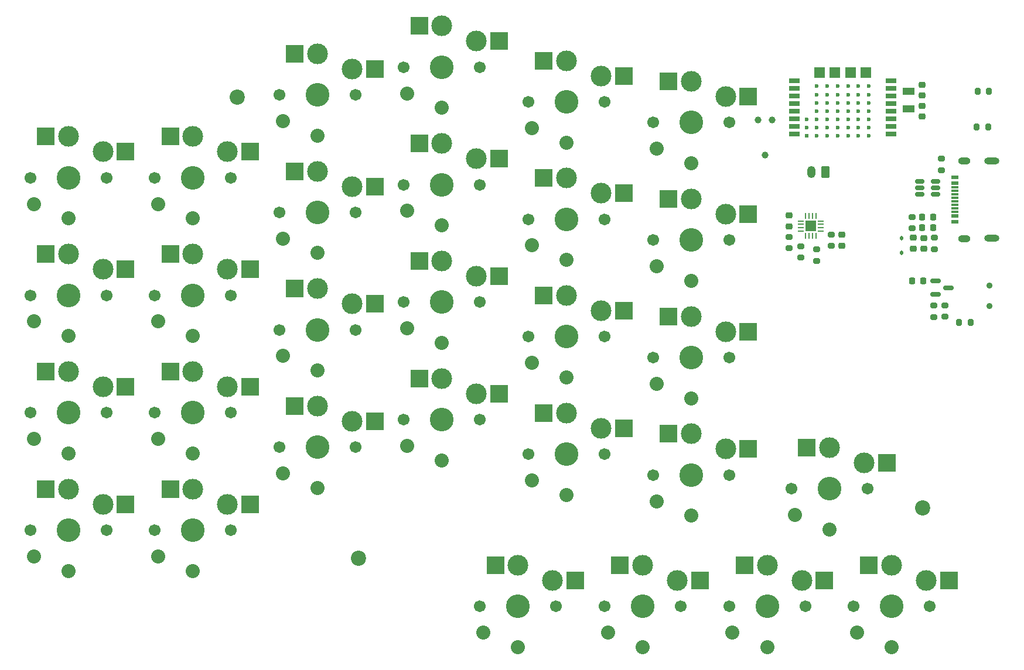
<source format=gbs>
G04 #@! TF.GenerationSoftware,KiCad,Pcbnew,7.0.9*
G04 #@! TF.CreationDate,2024-01-11T22:18:44+01:00*
G04 #@! TF.ProjectId,keyboard,6b657962-6f61-4726-942e-6b696361645f,v1.0.0*
G04 #@! TF.SameCoordinates,Original*
G04 #@! TF.FileFunction,Soldermask,Bot*
G04 #@! TF.FilePolarity,Negative*
%FSLAX46Y46*%
G04 Gerber Fmt 4.6, Leading zero omitted, Abs format (unit mm)*
G04 Created by KiCad (PCBNEW 7.0.9) date 2024-01-11 22:18:44*
%MOMM*%
%LPD*%
G01*
G04 APERTURE LIST*
G04 Aperture macros list*
%AMRoundRect*
0 Rectangle with rounded corners*
0 $1 Rounding radius*
0 $2 $3 $4 $5 $6 $7 $8 $9 X,Y pos of 4 corners*
0 Add a 4 corners polygon primitive as box body*
4,1,4,$2,$3,$4,$5,$6,$7,$8,$9,$2,$3,0*
0 Add four circle primitives for the rounded corners*
1,1,$1+$1,$2,$3*
1,1,$1+$1,$4,$5*
1,1,$1+$1,$6,$7*
1,1,$1+$1,$8,$9*
0 Add four rect primitives between the rounded corners*
20,1,$1+$1,$2,$3,$4,$5,0*
20,1,$1+$1,$4,$5,$6,$7,0*
20,1,$1+$1,$6,$7,$8,$9,0*
20,1,$1+$1,$8,$9,$2,$3,0*%
G04 Aperture macros list end*
%ADD10R,1.100000X0.600000*%
%ADD11R,1.100000X0.300000*%
%ADD12O,1.800000X1.000000*%
%ADD13O,2.200000X1.000000*%
%ADD14C,2.200000*%
%ADD15C,1.701800*%
%ADD16C,3.000000*%
%ADD17C,3.429000*%
%ADD18R,2.600000X2.600000*%
%ADD19C,2.032000*%
%ADD20C,0.900000*%
%ADD21C,0.990600*%
%ADD22RoundRect,0.250000X0.350000X0.625000X-0.350000X0.625000X-0.350000X-0.625000X0.350000X-0.625000X0*%
%ADD23O,1.200000X1.750000*%
%ADD24RoundRect,0.218750X-0.256250X0.218750X-0.256250X-0.218750X0.256250X-0.218750X0.256250X0.218750X0*%
%ADD25RoundRect,0.200000X-0.275000X0.200000X-0.275000X-0.200000X0.275000X-0.200000X0.275000X0.200000X0*%
%ADD26RoundRect,0.225000X-0.250000X0.225000X-0.250000X-0.225000X0.250000X-0.225000X0.250000X0.225000X0*%
%ADD27RoundRect,0.200000X0.275000X-0.200000X0.275000X0.200000X-0.275000X0.200000X-0.275000X-0.200000X0*%
%ADD28RoundRect,0.150000X-0.512500X-0.150000X0.512500X-0.150000X0.512500X0.150000X-0.512500X0.150000X0*%
%ADD29RoundRect,0.200000X0.200000X0.275000X-0.200000X0.275000X-0.200000X-0.275000X0.200000X-0.275000X0*%
%ADD30RoundRect,0.062500X-0.375000X-0.062500X0.375000X-0.062500X0.375000X0.062500X-0.375000X0.062500X0*%
%ADD31RoundRect,0.062500X-0.062500X-0.375000X0.062500X-0.375000X0.062500X0.375000X-0.062500X0.375000X0*%
%ADD32R,1.600000X1.600000*%
%ADD33R,1.800000X1.000000*%
%ADD34RoundRect,0.150000X-0.587500X-0.150000X0.587500X-0.150000X0.587500X0.150000X-0.587500X0.150000X0*%
%ADD35RoundRect,0.218750X-0.218750X-0.256250X0.218750X-0.256250X0.218750X0.256250X-0.218750X0.256250X0*%
%ADD36R,1.498600X0.698500*%
%ADD37C,0.599440*%
%ADD38R,1.498600X1.498600*%
%ADD39R,0.599440X0.599440*%
%ADD40RoundRect,0.225000X0.250000X-0.225000X0.250000X0.225000X-0.250000X0.225000X-0.250000X-0.225000X0*%
%ADD41RoundRect,0.218750X0.218750X0.256250X-0.218750X0.256250X-0.218750X-0.256250X0.218750X-0.256250X0*%
%ADD42RoundRect,0.200000X-0.200000X-0.275000X0.200000X-0.275000X0.200000X0.275000X-0.200000X0.275000X0*%
%ADD43RoundRect,0.225000X-0.225000X-0.250000X0.225000X-0.250000X0.225000X0.250000X-0.225000X0.250000X0*%
%ADD44RoundRect,0.112500X-0.112500X0.187500X-0.112500X-0.187500X0.112500X-0.187500X0.112500X0.187500X0*%
G04 APERTURE END LIST*
D10*
X272260000Y-98800000D03*
X272260000Y-99600000D03*
D11*
X272260000Y-100750000D03*
X272260000Y-101750000D03*
X272260000Y-102250000D03*
X272260000Y-103250000D03*
D10*
X272255000Y-104400000D03*
X272260000Y-105200000D03*
X272260000Y-105200000D03*
X272255000Y-104400000D03*
D11*
X272260000Y-103750000D03*
X272260000Y-102750000D03*
X272260000Y-101250000D03*
X272260000Y-100250000D03*
D10*
X272260000Y-99600000D03*
X272260000Y-98800000D03*
D12*
X273585000Y-96375000D03*
D13*
X277610000Y-96380000D03*
X277610000Y-107620000D03*
D12*
X273585000Y-107625000D03*
D14*
X267600000Y-146600000D03*
X168500000Y-87200000D03*
X186100000Y-153900000D03*
D15*
X228620000Y-141840000D03*
D16*
X234120000Y-135890000D03*
D17*
X234120000Y-141840000D03*
D16*
X239120000Y-138090000D03*
D15*
X239620000Y-141840000D03*
D18*
X230845000Y-135890000D03*
D19*
X234120000Y-147740000D03*
X229120000Y-145640000D03*
D18*
X242395000Y-138090000D03*
D15*
X174620000Y-103840000D03*
D16*
X180120000Y-97890000D03*
D17*
X180120000Y-103840000D03*
D16*
X185120000Y-100090000D03*
D15*
X185620000Y-103840000D03*
D18*
X176845000Y-97890000D03*
D19*
X180120000Y-109740000D03*
X175120000Y-107640000D03*
D18*
X188395000Y-100090000D03*
D20*
X277230000Y-117400000D03*
X277230000Y-114400000D03*
D15*
X156620000Y-98840000D03*
D16*
X162120000Y-92890000D03*
D17*
X162120000Y-98840000D03*
D16*
X167120000Y-95090000D03*
D15*
X167620000Y-98840000D03*
D18*
X158845000Y-92890000D03*
D19*
X162120000Y-104740000D03*
X157120000Y-102640000D03*
D18*
X170395000Y-95090000D03*
D15*
X257620000Y-160840000D03*
D16*
X263120000Y-154890000D03*
D17*
X263120000Y-160840000D03*
D16*
X268120000Y-157090000D03*
D15*
X268620000Y-160840000D03*
D18*
X259845000Y-154890000D03*
D19*
X263120000Y-166740000D03*
X258120000Y-164640000D03*
D18*
X271395000Y-157090000D03*
D15*
X138620000Y-115840000D03*
D16*
X144120000Y-109890000D03*
D17*
X144120000Y-115840000D03*
D16*
X149120000Y-112090000D03*
D15*
X149620000Y-115840000D03*
D18*
X140845000Y-109890000D03*
D19*
X144120000Y-121740000D03*
X139120000Y-119640000D03*
D18*
X152395000Y-112090000D03*
D15*
X138620000Y-132840000D03*
D16*
X144120000Y-126890000D03*
D17*
X144120000Y-132840000D03*
D16*
X149120000Y-129090000D03*
D15*
X149620000Y-132840000D03*
D18*
X140845000Y-126890000D03*
D19*
X144120000Y-138740000D03*
X139120000Y-136640000D03*
D18*
X152395000Y-129090000D03*
D15*
X192620000Y-116840000D03*
D16*
X198120000Y-110890000D03*
D17*
X198120000Y-116840000D03*
D16*
X203120000Y-113090000D03*
D15*
X203620000Y-116840000D03*
D18*
X194845000Y-110890000D03*
D19*
X198120000Y-122740000D03*
X193120000Y-120640000D03*
D18*
X206395000Y-113090000D03*
D21*
X244850000Y-95540000D03*
X243834000Y-90460000D03*
X245866000Y-90460000D03*
D15*
X192620000Y-133840000D03*
D16*
X198120000Y-127890000D03*
D17*
X198120000Y-133840000D03*
D16*
X203120000Y-130090000D03*
D15*
X203620000Y-133840000D03*
D18*
X194845000Y-127890000D03*
D19*
X198120000Y-139740000D03*
X193120000Y-137640000D03*
D18*
X206395000Y-130090000D03*
D15*
X156620000Y-115840000D03*
D16*
X162120000Y-109890000D03*
D17*
X162120000Y-115840000D03*
D16*
X167120000Y-112090000D03*
D15*
X167620000Y-115840000D03*
D18*
X158845000Y-109890000D03*
D19*
X162120000Y-121740000D03*
X157120000Y-119640000D03*
D18*
X170395000Y-112090000D03*
D15*
X210620000Y-138840000D03*
D16*
X216120000Y-132890000D03*
D17*
X216120000Y-138840000D03*
D16*
X221120000Y-135090000D03*
D15*
X221620000Y-138840000D03*
D18*
X212845000Y-132890000D03*
D19*
X216120000Y-144740000D03*
X211120000Y-142640000D03*
D18*
X224395000Y-135090000D03*
D15*
X203620000Y-160840000D03*
D16*
X209120000Y-154890000D03*
D17*
X209120000Y-160840000D03*
D16*
X214120000Y-157090000D03*
D15*
X214620000Y-160840000D03*
D18*
X205845000Y-154890000D03*
D19*
X209120000Y-166740000D03*
X204120000Y-164640000D03*
D18*
X217395000Y-157090000D03*
D15*
X210620000Y-121840000D03*
D16*
X216120000Y-115890000D03*
D17*
X216120000Y-121840000D03*
D16*
X221120000Y-118090000D03*
D15*
X221620000Y-121840000D03*
D18*
X212845000Y-115890000D03*
D19*
X216120000Y-127740000D03*
X211120000Y-125640000D03*
D18*
X224395000Y-118090000D03*
D15*
X221620000Y-160840000D03*
D16*
X227120000Y-154890000D03*
D17*
X227120000Y-160840000D03*
D16*
X232120000Y-157090000D03*
D15*
X232620000Y-160840000D03*
D18*
X223845000Y-154890000D03*
D19*
X227120000Y-166740000D03*
X222120000Y-164640000D03*
D18*
X235395000Y-157090000D03*
D15*
X239620000Y-160840000D03*
D16*
X245120000Y-154890000D03*
D17*
X245120000Y-160840000D03*
D16*
X250120000Y-157090000D03*
D15*
X250620000Y-160840000D03*
D18*
X241845000Y-154890000D03*
D19*
X245120000Y-166740000D03*
X240120000Y-164640000D03*
D18*
X253395000Y-157090000D03*
D15*
X210620000Y-87840000D03*
D16*
X216120000Y-81890000D03*
D17*
X216120000Y-87840000D03*
D16*
X221120000Y-84090000D03*
D15*
X221620000Y-87840000D03*
D18*
X212845000Y-81890000D03*
D19*
X216120000Y-93740000D03*
X211120000Y-91640000D03*
D18*
X224395000Y-84090000D03*
D15*
X210620000Y-104840000D03*
D16*
X216120000Y-98890000D03*
D17*
X216120000Y-104840000D03*
D16*
X221120000Y-101090000D03*
D15*
X221620000Y-104840000D03*
D18*
X212845000Y-98890000D03*
D19*
X216120000Y-110740000D03*
X211120000Y-108640000D03*
D18*
X224395000Y-101090000D03*
D15*
X192620000Y-99840000D03*
D16*
X198120000Y-93890000D03*
D17*
X198120000Y-99840000D03*
D16*
X203120000Y-96090000D03*
D15*
X203620000Y-99840000D03*
D18*
X194845000Y-93890000D03*
D19*
X198120000Y-105740000D03*
X193120000Y-103640000D03*
D18*
X206395000Y-96090000D03*
D15*
X248620000Y-143840000D03*
D16*
X254120000Y-137890000D03*
D17*
X254120000Y-143840000D03*
D16*
X259120000Y-140090000D03*
D15*
X259620000Y-143840000D03*
D18*
X250845000Y-137890000D03*
D19*
X254120000Y-149740000D03*
X249120000Y-147640000D03*
D18*
X262395000Y-140090000D03*
D15*
X156620000Y-132840000D03*
D16*
X162120000Y-126890000D03*
D17*
X162120000Y-132840000D03*
D16*
X167120000Y-129090000D03*
D15*
X167620000Y-132840000D03*
D18*
X158845000Y-126890000D03*
D19*
X162120000Y-138740000D03*
X157120000Y-136640000D03*
D18*
X170395000Y-129090000D03*
D22*
X253500000Y-98000000D03*
D23*
X251500000Y-98000000D03*
D15*
X192620000Y-82840000D03*
D16*
X198120000Y-76890000D03*
D17*
X198120000Y-82840000D03*
D16*
X203120000Y-79090000D03*
D15*
X203620000Y-82840000D03*
D18*
X194845000Y-76890000D03*
D19*
X198120000Y-88740000D03*
X193120000Y-86640000D03*
D18*
X206395000Y-79090000D03*
D15*
X228620000Y-124840000D03*
D16*
X234120000Y-118890000D03*
D17*
X234120000Y-124840000D03*
D16*
X239120000Y-121090000D03*
D15*
X239620000Y-124840000D03*
D18*
X230845000Y-118890000D03*
D19*
X234120000Y-130740000D03*
X229120000Y-128640000D03*
D18*
X242395000Y-121090000D03*
D15*
X228620000Y-90840000D03*
D16*
X234120000Y-84890000D03*
D17*
X234120000Y-90840000D03*
D16*
X239120000Y-87090000D03*
D15*
X239620000Y-90840000D03*
D18*
X230845000Y-84890000D03*
D19*
X234120000Y-96740000D03*
X229120000Y-94640000D03*
D18*
X242395000Y-87090000D03*
D15*
X228620000Y-107840000D03*
D16*
X234120000Y-101890000D03*
D17*
X234120000Y-107840000D03*
D16*
X239120000Y-104090000D03*
D15*
X239620000Y-107840000D03*
D18*
X230845000Y-101890000D03*
D19*
X234120000Y-113740000D03*
X229120000Y-111640000D03*
D18*
X242395000Y-104090000D03*
D15*
X174620000Y-86840000D03*
D16*
X180120000Y-80890000D03*
D17*
X180120000Y-86840000D03*
D16*
X185120000Y-83090000D03*
D15*
X185620000Y-86840000D03*
D18*
X176845000Y-80890000D03*
D19*
X180120000Y-92740000D03*
X175120000Y-90640000D03*
D18*
X188395000Y-83090000D03*
D15*
X174620000Y-120840000D03*
D16*
X180120000Y-114890000D03*
D17*
X180120000Y-120840000D03*
D16*
X185120000Y-117090000D03*
D15*
X185620000Y-120840000D03*
D18*
X176845000Y-114890000D03*
D19*
X180120000Y-126740000D03*
X175120000Y-124640000D03*
D18*
X188395000Y-117090000D03*
D15*
X156620000Y-149840000D03*
D16*
X162120000Y-143890000D03*
D17*
X162120000Y-149840000D03*
D16*
X167120000Y-146090000D03*
D15*
X167620000Y-149840000D03*
D18*
X158845000Y-143890000D03*
D19*
X162120000Y-155740000D03*
X157120000Y-153640000D03*
D18*
X170395000Y-146090000D03*
D15*
X174620000Y-137840000D03*
D16*
X180120000Y-131890000D03*
D17*
X180120000Y-137840000D03*
D16*
X185120000Y-134090000D03*
D15*
X185620000Y-137840000D03*
D18*
X176845000Y-131890000D03*
D19*
X180120000Y-143740000D03*
X175120000Y-141640000D03*
D18*
X188395000Y-134090000D03*
D15*
X138620000Y-149840000D03*
D16*
X144120000Y-143890000D03*
D17*
X144120000Y-149840000D03*
D16*
X149120000Y-146090000D03*
D15*
X149620000Y-149840000D03*
D18*
X140845000Y-143890000D03*
D19*
X144120000Y-155740000D03*
X139120000Y-153640000D03*
D18*
X152395000Y-146090000D03*
D15*
X138620000Y-98840000D03*
D16*
X144120000Y-92890000D03*
D17*
X144120000Y-98840000D03*
D16*
X149120000Y-95090000D03*
D15*
X149620000Y-98840000D03*
D18*
X140845000Y-92890000D03*
D19*
X144120000Y-104740000D03*
X139120000Y-102640000D03*
D18*
X152395000Y-95090000D03*
D24*
X266262500Y-107537500D03*
X266262500Y-109112500D03*
D25*
X270275000Y-96100000D03*
X270275000Y-97750000D03*
D26*
X255912500Y-107112500D03*
X255912500Y-108662500D03*
D27*
X269262500Y-109150000D03*
X269262500Y-107500000D03*
D25*
X252250000Y-109200000D03*
X252250000Y-110850000D03*
D28*
X267212500Y-101256974D03*
X267212500Y-100306974D03*
X267212500Y-99356974D03*
X269487500Y-99356974D03*
X269487500Y-100306974D03*
X269487500Y-101256974D03*
D29*
X277175000Y-86300000D03*
X275525000Y-86300000D03*
D27*
X266050000Y-106150000D03*
X266050000Y-104500000D03*
D29*
X274500000Y-119750000D03*
X272850000Y-119750000D03*
D30*
X249962500Y-106587500D03*
X249962500Y-106087500D03*
X249962500Y-105587500D03*
X249962500Y-105087500D03*
D31*
X250650000Y-104400000D03*
X251150000Y-104400000D03*
X251650000Y-104400000D03*
X252150000Y-104400000D03*
D30*
X252837500Y-105087500D03*
X252837500Y-105587500D03*
X252837500Y-106087500D03*
X252837500Y-106587500D03*
D31*
X252150000Y-107275000D03*
X251650000Y-107275000D03*
X251150000Y-107275000D03*
X250650000Y-107275000D03*
D32*
X251400000Y-105837500D03*
D25*
X269175000Y-117325000D03*
X269175000Y-118975000D03*
D33*
X265560000Y-88860000D03*
X265560000Y-86360000D03*
D34*
X269437500Y-115700000D03*
X269437500Y-113800000D03*
X271312500Y-114750000D03*
D35*
X267512500Y-106075000D03*
X269087500Y-106075000D03*
D36*
X263048400Y-84799300D03*
X263048400Y-85899120D03*
X263048400Y-86998940D03*
X263048400Y-88098760D03*
X263048400Y-89198580D03*
X263048400Y-90298400D03*
X263048400Y-91398220D03*
X263048400Y-92498040D03*
X249050460Y-92498040D03*
X249050460Y-91398220D03*
X249050460Y-90298400D03*
X249050460Y-89198580D03*
X249050460Y-88098760D03*
X249050460Y-86998940D03*
X249050460Y-85899120D03*
X249050460Y-84799300D03*
D37*
X258298600Y-85599400D03*
X258298600Y-86798280D03*
X258298600Y-87999700D03*
X258298600Y-89198580D03*
X258298600Y-90400000D03*
X258298600Y-91598880D03*
X258298600Y-92800300D03*
X256800000Y-85599400D03*
X256800000Y-86798280D03*
X256800000Y-87999700D03*
X256800000Y-89198580D03*
X256800000Y-90400000D03*
X256800000Y-91598880D03*
X256800000Y-92800300D03*
X255298860Y-85599400D03*
X255298860Y-86798280D03*
X255298860Y-87999700D03*
X255298860Y-89198580D03*
X255298860Y-90400000D03*
X255298860Y-91598880D03*
X255298860Y-92800300D03*
X253800260Y-85599400D03*
X253800260Y-86798280D03*
X253800260Y-87999700D03*
X253800260Y-89198580D03*
X253800260Y-90400000D03*
X253800260Y-91598880D03*
X253800260Y-92800300D03*
X252299120Y-85599400D03*
X252299120Y-86798280D03*
X252299120Y-87999700D03*
X252299120Y-89198580D03*
X252299120Y-90400000D03*
X252299120Y-91598880D03*
X252299120Y-92800300D03*
D38*
X259418740Y-83597880D03*
X257170840Y-83597880D03*
X254920400Y-83597880D03*
X252669960Y-83597880D03*
D37*
X250800520Y-90400000D03*
X250800520Y-91598880D03*
D39*
X250800520Y-92800300D03*
D37*
X259799740Y-85599400D03*
X259799740Y-86798280D03*
X259799740Y-87999700D03*
X259799740Y-89198580D03*
X259799740Y-90400000D03*
X259799740Y-91598880D03*
X259799740Y-92800300D03*
D25*
X250000000Y-108750000D03*
X250000000Y-110400000D03*
D40*
X267520000Y-89975000D03*
X267520000Y-88425000D03*
D25*
X270825000Y-117300000D03*
X270825000Y-118950000D03*
D26*
X267520000Y-85365000D03*
X267520000Y-86915000D03*
D41*
X269087500Y-104575000D03*
X267512500Y-104575000D03*
D42*
X275425000Y-91500000D03*
X277075000Y-91500000D03*
D43*
X266100000Y-113750000D03*
X267650000Y-113750000D03*
D44*
X264512500Y-107575000D03*
X264512500Y-109675000D03*
D25*
X254362500Y-107062500D03*
X254362500Y-108712500D03*
X248262500Y-107412500D03*
X248262500Y-109062500D03*
D26*
X267762500Y-107550000D03*
X267762500Y-109100000D03*
D40*
X248262500Y-105862500D03*
X248262500Y-104312500D03*
M02*

</source>
